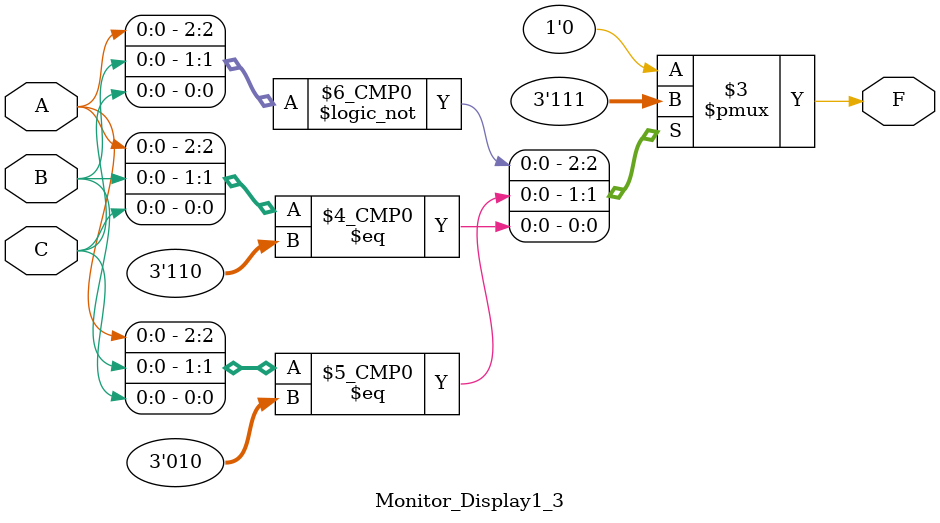
<source format=v>
`timescale 1ns / 1ps
module Monitor_Display1_3(
    input wire A,
    input wire B,
    input wire C,
    output reg F
    );
    
    always @ (A,B,C) begin
        case ({A,B,C})
            3'b000 : F = 1'b1;
            3'b010 : F = 1'b1;
            3'b110 : F = 1'b1;
            default : F=1'b0;
        endcase
    end
endmodule


//Özet

//Kullanım Amacı: $display, belirli bir anda bilgileri görmek için kullanılırken, $monitor, değişkenlerdeki değişiklikleri izlemek için kullanılır.

//Çıktı Davranışı: $display, çağrıldığında bir kere yazdırır ve yeni bir satıra geçer; $monitor ise izleme yaptığı için değişiklikler olduğunda sürekli güncellenir ve çıktıyı değiştirebilir.
//Bu farklar, simülasyon sırasında hangi bilgilerin ne şekilde görüntüleneceğine karar verirken dikkate alınmalıdır.


</source>
